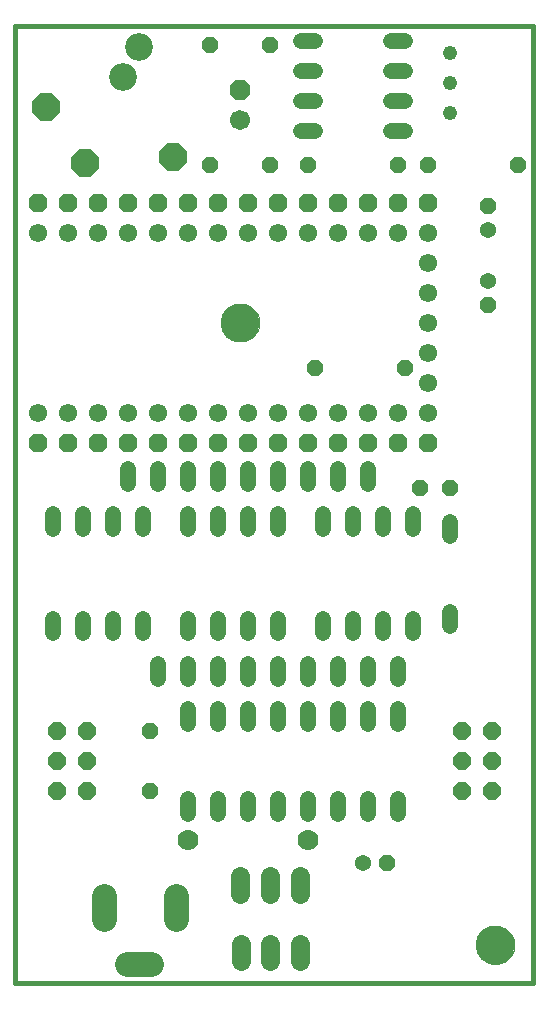
<source format=gbs>
G75*
%MOIN*%
%OFA0B0*%
%FSLAX24Y24*%
%IPPOS*%
%LPD*%
%AMOC8*
5,1,8,0,0,1.08239X$1,22.5*
%
%ADD10C,0.0160*%
%ADD11C,0.0000*%
%ADD12C,0.1300*%
%ADD13OC8,0.0520*%
%ADD14OC8,0.0925*%
%ADD15C,0.0925*%
%ADD16C,0.0520*%
%ADD17OC8,0.0670*%
%ADD18C,0.0670*%
%ADD19OC8,0.0540*%
%ADD20C,0.0540*%
%ADD21C,0.0610*%
%ADD22C,0.0827*%
%ADD23C,0.0640*%
%ADD24OC8,0.0580*%
%ADD25C,0.0631*%
%ADD26C,0.0700*%
%ADD27OC8,0.0631*%
%ADD28C,0.0490*%
D10*
X003260Y000595D02*
X003260Y032466D01*
X020505Y032466D01*
X020505Y000595D01*
X003260Y000595D01*
D11*
X010130Y022595D02*
X010132Y022645D01*
X010138Y022695D01*
X010148Y022744D01*
X010162Y022792D01*
X010179Y022839D01*
X010200Y022884D01*
X010225Y022928D01*
X010253Y022969D01*
X010285Y023008D01*
X010319Y023045D01*
X010356Y023079D01*
X010396Y023109D01*
X010438Y023136D01*
X010482Y023160D01*
X010528Y023181D01*
X010575Y023197D01*
X010623Y023210D01*
X010673Y023219D01*
X010722Y023224D01*
X010773Y023225D01*
X010823Y023222D01*
X010872Y023215D01*
X010921Y023204D01*
X010969Y023189D01*
X011015Y023171D01*
X011060Y023149D01*
X011103Y023123D01*
X011144Y023094D01*
X011183Y023062D01*
X011219Y023027D01*
X011251Y022989D01*
X011281Y022949D01*
X011308Y022906D01*
X011331Y022862D01*
X011350Y022816D01*
X011366Y022768D01*
X011378Y022719D01*
X011386Y022670D01*
X011390Y022620D01*
X011390Y022570D01*
X011386Y022520D01*
X011378Y022471D01*
X011366Y022422D01*
X011350Y022374D01*
X011331Y022328D01*
X011308Y022284D01*
X011281Y022241D01*
X011251Y022201D01*
X011219Y022163D01*
X011183Y022128D01*
X011144Y022096D01*
X011103Y022067D01*
X011060Y022041D01*
X011015Y022019D01*
X010969Y022001D01*
X010921Y021986D01*
X010872Y021975D01*
X010823Y021968D01*
X010773Y021965D01*
X010722Y021966D01*
X010673Y021971D01*
X010623Y021980D01*
X010575Y021993D01*
X010528Y022009D01*
X010482Y022030D01*
X010438Y022054D01*
X010396Y022081D01*
X010356Y022111D01*
X010319Y022145D01*
X010285Y022182D01*
X010253Y022221D01*
X010225Y022262D01*
X010200Y022306D01*
X010179Y022351D01*
X010162Y022398D01*
X010148Y022446D01*
X010138Y022495D01*
X010132Y022545D01*
X010130Y022595D01*
X018630Y001845D02*
X018632Y001895D01*
X018638Y001945D01*
X018648Y001994D01*
X018662Y002042D01*
X018679Y002089D01*
X018700Y002134D01*
X018725Y002178D01*
X018753Y002219D01*
X018785Y002258D01*
X018819Y002295D01*
X018856Y002329D01*
X018896Y002359D01*
X018938Y002386D01*
X018982Y002410D01*
X019028Y002431D01*
X019075Y002447D01*
X019123Y002460D01*
X019173Y002469D01*
X019222Y002474D01*
X019273Y002475D01*
X019323Y002472D01*
X019372Y002465D01*
X019421Y002454D01*
X019469Y002439D01*
X019515Y002421D01*
X019560Y002399D01*
X019603Y002373D01*
X019644Y002344D01*
X019683Y002312D01*
X019719Y002277D01*
X019751Y002239D01*
X019781Y002199D01*
X019808Y002156D01*
X019831Y002112D01*
X019850Y002066D01*
X019866Y002018D01*
X019878Y001969D01*
X019886Y001920D01*
X019890Y001870D01*
X019890Y001820D01*
X019886Y001770D01*
X019878Y001721D01*
X019866Y001672D01*
X019850Y001624D01*
X019831Y001578D01*
X019808Y001534D01*
X019781Y001491D01*
X019751Y001451D01*
X019719Y001413D01*
X019683Y001378D01*
X019644Y001346D01*
X019603Y001317D01*
X019560Y001291D01*
X019515Y001269D01*
X019469Y001251D01*
X019421Y001236D01*
X019372Y001225D01*
X019323Y001218D01*
X019273Y001215D01*
X019222Y001216D01*
X019173Y001221D01*
X019123Y001230D01*
X019075Y001243D01*
X019028Y001259D01*
X018982Y001280D01*
X018938Y001304D01*
X018896Y001331D01*
X018856Y001361D01*
X018819Y001395D01*
X018785Y001432D01*
X018753Y001471D01*
X018725Y001512D01*
X018700Y001556D01*
X018679Y001601D01*
X018662Y001648D01*
X018648Y001696D01*
X018638Y001745D01*
X018632Y001795D01*
X018630Y001845D01*
D12*
X019260Y001845D03*
X010760Y022595D03*
D13*
X013260Y021095D03*
X016260Y021095D03*
X016760Y017095D03*
X017760Y017095D03*
X017010Y027845D03*
X016010Y027845D03*
X013010Y027845D03*
X011760Y027845D03*
X009760Y027845D03*
X009760Y031845D03*
X011760Y031845D03*
X020010Y027845D03*
X007760Y008970D03*
X007760Y006970D03*
D14*
X005570Y027915D03*
X004290Y029765D03*
X008520Y028125D03*
D15*
X006830Y030785D03*
X007380Y031775D03*
D16*
X012770Y031970D02*
X013250Y031970D01*
X013250Y030970D02*
X012770Y030970D01*
X012770Y029970D02*
X013250Y029970D01*
X013250Y028970D02*
X012770Y028970D01*
X015770Y028970D02*
X016250Y028970D01*
X016250Y029970D02*
X015770Y029970D01*
X015770Y030970D02*
X016250Y030970D01*
X016250Y031970D02*
X015770Y031970D01*
X015010Y017710D02*
X015010Y017230D01*
X015510Y016200D02*
X015510Y015720D01*
X016510Y015720D02*
X016510Y016200D01*
X017760Y015960D02*
X017760Y015480D01*
X017760Y012960D02*
X017760Y012480D01*
X016510Y012720D02*
X016510Y012240D01*
X016010Y011210D02*
X016010Y010730D01*
X016010Y009710D02*
X016010Y009230D01*
X015010Y009230D02*
X015010Y009710D01*
X015010Y010730D02*
X015010Y011210D01*
X015510Y012240D02*
X015510Y012720D01*
X014510Y012720D02*
X014510Y012240D01*
X014010Y011210D02*
X014010Y010730D01*
X014010Y009710D02*
X014010Y009230D01*
X013010Y009230D02*
X013010Y009710D01*
X013010Y010730D02*
X013010Y011210D01*
X013510Y012240D02*
X013510Y012720D01*
X012010Y012720D02*
X012010Y012240D01*
X012010Y011210D02*
X012010Y010730D01*
X012010Y009710D02*
X012010Y009230D01*
X011010Y009230D02*
X011010Y009710D01*
X011010Y010730D02*
X011010Y011210D01*
X011010Y012240D02*
X011010Y012720D01*
X010010Y012720D02*
X010010Y012240D01*
X010010Y011210D02*
X010010Y010730D01*
X010010Y009710D02*
X010010Y009230D01*
X009010Y009230D02*
X009010Y009710D01*
X009010Y010730D02*
X009010Y011210D01*
X009010Y012240D02*
X009010Y012720D01*
X008010Y011210D02*
X008010Y010730D01*
X007510Y012240D02*
X007510Y012720D01*
X006510Y012720D02*
X006510Y012240D01*
X005510Y012240D02*
X005510Y012720D01*
X004510Y012720D02*
X004510Y012240D01*
X004510Y015720D02*
X004510Y016200D01*
X005510Y016200D02*
X005510Y015720D01*
X006510Y015720D02*
X006510Y016200D01*
X007010Y017230D02*
X007010Y017710D01*
X008010Y017710D02*
X008010Y017230D01*
X007510Y016200D02*
X007510Y015720D01*
X009010Y015720D02*
X009010Y016200D01*
X009010Y017230D02*
X009010Y017710D01*
X010010Y017710D02*
X010010Y017230D01*
X010010Y016200D02*
X010010Y015720D01*
X011010Y015720D02*
X011010Y016200D01*
X011010Y017230D02*
X011010Y017710D01*
X012010Y017710D02*
X012010Y017230D01*
X012010Y016200D02*
X012010Y015720D01*
X013010Y017230D02*
X013010Y017710D01*
X014010Y017710D02*
X014010Y017230D01*
X014510Y016200D02*
X014510Y015720D01*
X013510Y015720D02*
X013510Y016200D01*
X014010Y006710D02*
X014010Y006230D01*
X015010Y006230D02*
X015010Y006710D01*
X016010Y006710D02*
X016010Y006230D01*
X013010Y006230D02*
X013010Y006710D01*
X012010Y006710D02*
X012010Y006230D01*
X011010Y006230D02*
X011010Y006710D01*
X010010Y006710D02*
X010010Y006230D01*
X009010Y006230D02*
X009010Y006710D01*
D17*
X010760Y030345D03*
D18*
X010760Y029345D03*
D19*
X019010Y026495D03*
X019010Y023195D03*
X015660Y004595D03*
D20*
X014860Y004595D03*
X019010Y023995D03*
X019010Y025695D03*
D21*
X017010Y025595D03*
X017010Y024595D03*
X017010Y023595D03*
X017010Y022595D03*
X017010Y021595D03*
X017010Y020595D03*
X017010Y019595D03*
X016010Y019595D03*
X015010Y019595D03*
X014010Y019595D03*
X013010Y019595D03*
X012010Y019595D03*
X011010Y019595D03*
X010010Y019595D03*
X009010Y019595D03*
X008010Y019595D03*
X007010Y019595D03*
X006010Y019595D03*
X005010Y019595D03*
X004010Y019595D03*
X004010Y025595D03*
X005010Y025595D03*
X006010Y025595D03*
X007010Y025595D03*
X008010Y025595D03*
X009010Y025595D03*
X010010Y025595D03*
X011010Y025595D03*
X012010Y025595D03*
X013010Y025595D03*
X014010Y025595D03*
X015010Y025595D03*
X016010Y025595D03*
D22*
X008605Y003489D02*
X008605Y002701D01*
X007778Y001205D02*
X006991Y001205D01*
X006203Y002701D02*
X006203Y003489D01*
D23*
X010760Y003545D02*
X010760Y004145D01*
X011760Y004145D02*
X011760Y003545D01*
X012760Y003545D02*
X012760Y004145D01*
D24*
X018135Y006970D03*
X018135Y007970D03*
X018135Y008970D03*
X019135Y008970D03*
X019135Y007970D03*
X019135Y006970D03*
X005635Y006970D03*
X005635Y007970D03*
X005635Y008970D03*
X004635Y008970D03*
X004635Y007970D03*
X004635Y006970D03*
D25*
X010775Y001890D02*
X010775Y001300D01*
X011760Y001300D02*
X011760Y001890D01*
X012744Y001890D02*
X012744Y001300D01*
D26*
X013010Y005345D03*
X009010Y005345D03*
D27*
X009010Y018595D03*
X010010Y018595D03*
X011010Y018595D03*
X012010Y018595D03*
X013010Y018595D03*
X014010Y018595D03*
X015010Y018595D03*
X016010Y018595D03*
X017010Y018595D03*
X017010Y026595D03*
X016010Y026595D03*
X015010Y026595D03*
X014010Y026595D03*
X013010Y026595D03*
X012010Y026595D03*
X011010Y026595D03*
X010010Y026595D03*
X009010Y026595D03*
X008010Y026595D03*
X007010Y026595D03*
X006010Y026595D03*
X005010Y026595D03*
X004010Y026595D03*
X004010Y018595D03*
X005010Y018595D03*
X006010Y018595D03*
X007010Y018595D03*
X008010Y018595D03*
D28*
X017760Y029595D03*
X017760Y030595D03*
X017760Y031595D03*
M02*

</source>
